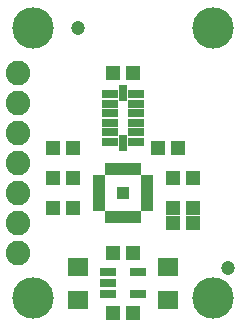
<source format=gts>
G75*
G70*
%OFA0B0*%
%FSLAX24Y24*%
%IPPOS*%
%LPD*%
%AMOC8*
5,1,8,0,0,1.08239X$1,22.5*
%
%ADD10C,0.0474*%
%ADD11C,0.1380*%
%ADD12R,0.0198X0.0395*%
%ADD13R,0.0395X0.0198*%
%ADD14R,0.0394X0.0394*%
%ADD15R,0.0513X0.0474*%
%ADD16R,0.0552X0.0277*%
%ADD17R,0.0277X0.0552*%
%ADD18R,0.0552X0.0297*%
%ADD19R,0.0710X0.0631*%
%ADD20C,0.0820*%
D10*
X017337Y018005D03*
X012337Y026005D03*
D11*
X010837Y026005D03*
X016837Y026005D03*
X016837Y017005D03*
X010837Y017005D03*
D12*
X013345Y019718D03*
X013542Y019718D03*
X013738Y019718D03*
X013935Y019718D03*
X014132Y019718D03*
X014329Y019718D03*
X014329Y021292D03*
X014132Y021292D03*
X013935Y021292D03*
X013738Y021292D03*
X013542Y021292D03*
X013345Y021292D03*
D13*
X013049Y020997D03*
X013049Y020800D03*
X013049Y020603D03*
X013049Y020407D03*
X013049Y020210D03*
X013049Y020013D03*
X014624Y020013D03*
X014624Y020210D03*
X014624Y020407D03*
X014624Y020603D03*
X014624Y020800D03*
X014624Y020997D03*
D14*
X013837Y020505D03*
D15*
X013502Y016505D03*
X014171Y016505D03*
X014171Y018505D03*
X013502Y018505D03*
X015502Y019505D03*
X016171Y019505D03*
X016171Y020005D03*
X015502Y020005D03*
X015502Y021005D03*
X016171Y021005D03*
X015671Y022005D03*
X015002Y022005D03*
X012171Y022005D03*
X011502Y022005D03*
X011502Y021005D03*
X012171Y021005D03*
X012171Y020005D03*
X011502Y020005D03*
X013502Y024505D03*
X014171Y024505D03*
D16*
X014270Y023792D03*
X014270Y023477D03*
X014270Y023163D03*
X014270Y022848D03*
X014270Y022533D03*
X014270Y022218D03*
X013404Y022218D03*
X013404Y022533D03*
X013404Y022848D03*
X013404Y023163D03*
X013404Y023477D03*
X013404Y023792D03*
D17*
X013837Y023832D03*
X013837Y022178D03*
D18*
X014349Y017879D03*
X014349Y017131D03*
X013325Y017131D03*
X013325Y017505D03*
X013325Y017879D03*
D19*
X012337Y018056D03*
X012337Y016954D03*
X015337Y016954D03*
X015337Y018056D03*
D20*
X010337Y018505D03*
X010337Y019505D03*
X010337Y020505D03*
X010337Y021505D03*
X010337Y022505D03*
X010337Y023505D03*
X010337Y024505D03*
M02*

</source>
